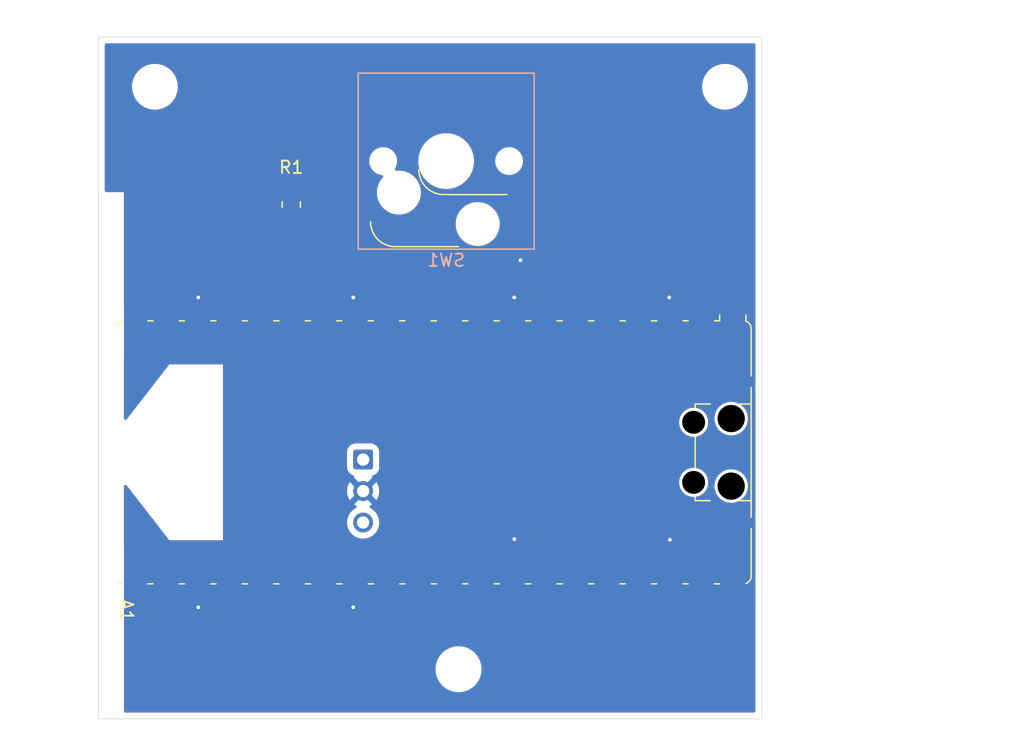
<source format=kicad_pcb>
(kicad_pcb (version 20241229) (generator "pcbnew") (generator_version "9.0")
  (layers (0 "F.Cu" signal) (2 "B.Cu" signal) (13 "F.Paste" user) (15 "B.Paste" user) (5 "F.SilkS" user "F.Silkscreen") (7 "B.SilkS" user "B.Silkscreen") (1 "F.Mask" user) (3 "B.Mask" user) (25 "Edge.Cuts" user))
  (net 0 "")
  (net 1 "GND")
  (net 2 "/SW1")
  (net 3 "VCC")
  (footprint "Resistor_SMD:R_0805_2012Metric_Pad1.20x1.40mm_HandSolder" (layer "F.Cu") (at 160.5 36 90)
    (property "Reference" "R1" (at 3 0 0) (layer "F.SilkS"))
    (property "Value" "R_US")
    (pad "1" smd roundrect (at -1 0 90) (size 1.2 1.4) (layers "F.Cu" "F.Mask" "F.Paste") (roundrect_rratio 0.208333) (net 3 "VCC"))
    (pad "2" smd roundrect (at 1 0 90) (size 1.2 1.4) (layers "F.Cu" "F.Mask" "F.Paste") (roundrect_rratio 0.208333) (net 2 "/SW1"))
  )
  (footprint "MountingHole:MountingHole_3.2mm_M3" (layer "F.Cu") (at 174 73.5)
    (property "Reference" "H3" (hide yes))
    (property "Value" "MountingHole")
    (pad "" np_thru_hole circle (at 0 0) (size 3.2 3.2) (drill 3.2) (layers "*.Cu" "*.Mask"))
  )
  (footprint "Module:RaspberryPi_Pico_W_SMD_HandSolder" (layer "F.Cu") (at 172 56 -90)
    (property "Reference" "A1" (at 11.747499 24.765 270) (layer "F.SilkS") (effects (justify left)))
    (property "Value" "RaspberryPi_Pico_W")
    (pad "" smd rect (at -8.89 -24.13 270) (size 3.8 2.2) (drill (offset -0.8 0)) (layers "F.Paste"))
    (pad "" smd rect (at -8.89 -21.59 270) (size 3.8 2.2) (drill (offset -0.8 0)) (layers "F.Paste"))
    (pad "" smd rect (at -8.89 -19.05 270) (size 3.8 2.2) (drill (offset -0.8 0)) (layers "F.Paste"))
    (pad "" smd rect (at -8.89 -16.51 270) (size 3.8 2.2) (drill (offset -0.8 0)) (layers "F.Paste"))
    (pad "" smd rect (at -8.89 -13.97 270) (size 3.8 2.2) (drill (offset -0.8 0)) (layers "F.Paste"))
    (pad "" smd rect (at -8.89 -11.43 270) (size 3.8 2.2) (drill (offset -0.8 0)) (layers "F.Paste"))
    (pad "" smd rect (at -8.89 -8.89 270) (size 3.8 2.2) (drill (offset -0.8 0)) (layers "F.Paste"))
    (pad "" smd rect (at -8.89 -6.35 270) (size 3.8 2.2) (drill (offset -0.8 0)) (layers "F.Paste"))
    (pad "" smd rect (at -8.89 -3.81 270) (size 3.8 2.2) (drill (offset -0.8 0)) (layers "F.Paste"))
    (pad "" smd rect (at -8.89 -1.27 270) (size 3.8 2.2) (drill (offset -0.8 0)) (layers "F.Paste"))
    (pad "" smd rect (at -8.89 1.27 270) (size 3.8 2.2) (drill (offset -0.8 0)) (layers "F.Paste"))
    (pad "" smd rect (at -8.89 3.81 270) (size 3.8 2.2) (drill (offset -0.8 0)) (layers "F.Paste"))
    (pad "" smd rect (at -8.89 6.35 270) (size 3.8 2.2) (drill (offset -0.8 0)) (layers "F.Paste"))
    (pad "" smd rect (at -8.89 8.89 270) (size 3.8 2.2) (drill (offset -0.8 0)) (layers "F.Paste"))
    (pad "" smd rect (at -8.89 11.43 270) (size 3.8 2.2) (drill (offset -0.8 0)) (layers "F.Paste"))
    (pad "" smd rect (at -8.89 13.97 270) (size 3.8 2.2) (drill (offset -0.8 0)) (layers "F.Paste"))
    (pad "" smd rect (at -8.89 16.51 270) (size 3.8 2.2) (drill (offset -0.8 0)) (layers "F.Paste"))
    (pad "" smd rect (at -8.89 19.05 270) (size 3.8 2.2) (drill (offset -0.8 0)) (layers "F.Paste"))
    (pad "" smd rect (at -8.89 21.59 270) (size 3.8 2.2) (drill (offset -0.8 0)) (layers "F.Paste"))
    (pad "" smd rect (at -8.89 24.13 270) (size 3.8 2.2) (drill (offset -0.8 0)) (layers "F.Paste"))
    (pad "" np_thru_hole circle (at -2.725 -24 270) (size 2.2 2.2) (drill 2.2) (layers "*.Mask"))
    (pad "" np_thru_hole circle (at -2.425 -20.97 270) (size 1.85 1.85) (drill 1.85) (layers "*.Mask"))
    (pad "" np_thru_hole circle (at 2.425 -20.97 270) (size 1.85 1.85) (drill 1.85) (layers "*.Mask"))
    (pad "" np_thru_hole circle (at 2.725 -24 270) (size 2.2 2.2) (drill 2.2) (layers "*.Mask"))
    (pad "" smd rect (at 8.89 -24.13 270) (size 3.8 2.2) (drill (offset 0.8 0)) (layers "F.Paste"))
    (pad "" smd rect (at 8.89 -21.59 270) (size 3.8 2.2) (drill (offset 0.8 0)) (layers "F.Paste"))
    (pad "" smd rect (at 8.89 -19.05 270) (size 3.8 2.2) (drill (offset 0.8 0)) (layers "F.Paste"))
    (pad "" smd rect (at 8.89 -16.51 270) (size 3.8 2.2) (drill (offset 0.8 0)) (layers "F.Paste"))
    (pad "" smd rect (at 8.89 -13.97 270) (size 3.8 2.2) (drill (offset 0.8 0)) (layers "F.Paste"))
    (pad "" smd rect (at 8.89 -11.43 270) (size 3.8 2.2) (drill (offset 0.8 0)) (layers "F.Paste"))
    (pad "" smd rect (at 8.89 -8.89 270) (size 3.8 2.2) (drill (offset 0.8 0)) (layers "F.Paste"))
    (pad "" smd rect (at 8.89 -6.35 270) (size 3.8 2.2) (drill (offset 0.8 0)) (layers "F.Paste"))
    (pad "" smd rect (at 8.89 -3.81 270) (size 3.8 2.2) (drill (offset 0.8 0)) (layers "F.Paste"))
    (pad "" smd rect (at 8.89 -1.27 270) (size 3.8 2.2) (drill (offset 0.8 0)) (layers "F.Paste"))
    (pad "" smd rect (at 8.89 1.27 270) (size 3.8 2.2) (drill (offset 0.8 0)) (layers "F.Paste"))
    (pad "" smd rect (at 8.89 3.81 270) (size 3.8 2.2) (drill (offset 0.8 0)) (layers "F.Paste"))
    (pad "" smd rect (at 8.89 6.35 270) (size 3.8 2.2) (drill (offset 0.8 0)) (layers "F.Paste"))
    (pad "" smd rect (at 8.89 8.89 270) (size 3.8 2.2) (drill (offset 0.8 0)) (layers "F.Paste"))
    (pad "" smd rect (at 8.89 11.43 270) (size 3.8 2.2) (drill (offset 0.8 0)) (layers "F.Paste"))
    (pad "" smd rect (at 8.89 13.97 270) (size 3.8 2.2) (drill (offset 0.8 0)) (layers "F.Paste"))
    (pad "" smd rect (at 8.89 16.51 270) (size 3.8 2.2) (drill (offset 0.8 0)) (layers "F.Paste"))
    (pad "" smd rect (at 8.89 19.05 270) (size 3.8 2.2) (drill (offset 0.8 0)) (layers "F.Paste"))
    (pad "" smd rect (at 8.89 21.59 270) (size 3.8 2.2) (drill (offset 0.8 0)) (layers "F.Paste"))
    (pad "" smd rect (at 8.89 24.13 270) (size 3.8 2.2) (drill (offset 0.8 0)) (layers "F.Paste"))
    (pad "1" smd custom (at -9.69 -24.13 270) (size 1.6 0.8) (layers "F.Cu" "F.Mask") (options (clearance outline) (anchor rect)) (primitives (gr_circle (center 0.8 0) (end 1.6 0) (width 0) (fill yes)) (gr_poly (pts (xy -1.6 -0.6) (xy -1.6 0.6) (xy -1.4 0.8) (xy 0.8 0.8) (xy 0.8 -0.8) (xy -1.4 -0.8)) (width 0) (fill yes)) (gr_circle (center -1.4 -0.6) (end -1.2 -0.6) (width 0) (fill yes)) (gr_circle (center -1.4 0.6) (end -1.2 0.6) (width 0) (fill yes))))
    (pad "2" smd roundrect (at -9.69 -21.59 270) (size 3.2 1.6) (layers "F.Cu" "F.Mask") (roundrect_rratio 0.5))
    (pad "3" smd custom (at -9.69 -19.05 270) (size 1.6 0.8) (layers "F.Cu" "F.Mask") (net 1 "GND") (options (clearance outline) (anchor rect)) (primitives (gr_circle (center -0.8 0) (end 0 0) (width 0) (fill yes)) (gr_poly (pts (xy 1.6 -0.6) (xy 1.6 0.6) (xy 1.4 0.8) (xy -0.8 0.8) (xy -0.8 -0.8) (xy 1.4 -0.8)) (width 0) (fill yes)) (gr_circle (center 1.4 -0.6) (end 1.6 -0.6) (width 0) (fill yes)) (gr_circle (center 1.4 0.6) (end 1.6 0.6) (width 0) (fill yes))))
    (pad "4" smd roundrect (at -9.69 -16.51 270) (size 3.2 1.6) (layers "F.Cu" "F.Mask") (roundrect_rratio 0.5))
    (pad "5" smd roundrect (at -9.69 -13.97 270) (size 3.2 1.6) (layers "F.Cu" "F.Mask") (roundrect_rratio 0.5))
    (pad "6" smd roundrect (at -9.69 -11.43 270) (size 3.2 1.6) (layers "F.Cu" "F.Mask") (roundrect_rratio 0.5))
    (pad "7" smd roundrect (at -9.69 -8.89 270) (size 3.2 1.6) (layers "F.Cu" "F.Mask") (roundrect_rratio 0.5))
    (pad "8" smd custom (at -9.69 -6.35 270) (size 1.6 0.8) (layers "F.Cu" "F.Mask") (net 1 "GND") (options (clearance outline) (anchor rect)) (primitives (gr_circle (center -0.8 0) (end 0 0) (width 0) (fill yes)) (gr_poly (pts (xy 1.6 -0.6) (xy 1.6 0.6) (xy 1.4 0.8) (xy -0.8 0.8) (xy -0.8 -0.8) (xy 1.4 -0.8)) (width 0) (fill yes)) (gr_circle (center 1.4 -0.6) (end 1.6 -0.6) (width 0) (fill yes)) (gr_circle (center 1.4 0.6) (end 1.6 0.6) (width 0) (fill yes))))
    (pad "9" smd roundrect (at -9.69 -3.81 270) (size 3.2 1.6) (layers "F.Cu" "F.Mask") (roundrect_rratio 0.5))
    (pad "10" smd roundrect (at -9.69 -1.27 270) (size 3.2 1.6) (layers "F.Cu" "F.Mask") (roundrect_rratio 0.5))
    (pad "11" smd roundrect (at -9.69 1.27 270) (size 3.2 1.6) (layers "F.Cu" "F.Mask") (roundrect_rratio 0.5))
    (pad "12" smd roundrect (at -9.69 3.81 270) (size 3.2 1.6) (layers "F.Cu" "F.Mask") (roundrect_rratio 0.5))
    (pad "13" smd custom (at -9.69 6.35 270) (size 1.6 0.8) (layers "F.Cu" "F.Mask") (net 1 "GND") (options (clearance outline) (anchor rect)) (primitives (gr_circle (center -0.8 0) (end 0 0) (width 0) (fill yes)) (gr_poly (pts (xy 1.6 -0.6) (xy 1.6 0.6) (xy 1.4 0.8) (xy -0.8 0.8) (xy -0.8 -0.8) (xy 1.4 -0.8)) (width 0) (fill yes)) (gr_circle (center 1.4 -0.6) (end 1.6 -0.6) (width 0) (fill yes)) (gr_circle (center 1.4 0.6) (end 1.6 0.6) (width 0) (fill yes))))
    (pad "14" smd roundrect (at -9.69 8.89 270) (size 3.2 1.6) (layers "F.Cu" "F.Mask") (roundrect_rratio 0.5))
    (pad "15" smd roundrect (at -9.69 11.43 270) (size 3.2 1.6) (layers "F.Cu" "F.Mask") (roundrect_rratio 0.5))
    (pad "16" smd roundrect (at -9.69 13.97 270) (size 3.2 1.6) (layers "F.Cu" "F.Mask") (roundrect_rratio 0.5) (net 2 "/SW1"))
    (pad "17" smd roundrect (at -9.69 16.51 270) (size 3.2 1.6) (layers "F.Cu" "F.Mask") (roundrect_rratio 0.5))
    (pad "18" smd custom (at -9.69 19.05 270) (size 1.6 0.8) (layers "F.Cu" "F.Mask") (net 1 "GND") (options (clearance outline) (anchor rect)) (primitives (gr_circle (center -0.8 0) (end 0 0) (width 0) (fill yes)) (gr_poly (pts (xy 1.6 -0.6) (xy 1.6 0.6) (xy 1.4 0.8) (xy -0.8 0.8) (xy -0.8 -0.8) (xy 1.4 -0.8)) (width 0) (fill yes)) (gr_circle (center 1.4 -0.6) (end 1.6 -0.6) (width 0) (fill yes)) (gr_circle (center 1.4 0.6) (end 1.6 0.6) (width 0) (fill yes))))
    (pad "19" smd roundrect (at -9.69 21.59 270) (size 3.2 1.6) (layers "F.Cu" "F.Mask") (roundrect_rratio 0.5))
    (pad "20" smd roundrect (at -9.69 24.13 270) (size 3.2 1.6) (layers "F.Cu" "F.Mask") (roundrect_rratio 0.5))
    (pad "21" smd roundrect (at 9.69 24.13 270) (size 3.2 1.6) (layers "F.Cu" "F.Mask") (roundrect_rratio 0.5))
    (pad "22" smd roundrect (at 9.69 21.59 270) (size 3.2 1.6) (layers "F.Cu" "F.Mask") (roundrect_rratio 0.5))
    (pad "23" smd custom (at 9.69 19.05 270) (size 1.6 0.8) (layers "F.Cu" "F.Mask") (net 1 "GND") (options (clearance outline) (anchor rect)) (primitives (gr_circle (center 0.8 0) (end 1.6 0) (width 0) (fill yes)) (gr_poly (pts (xy -1.6 -0.6) (xy -1.6 0.6) (xy -1.4 0.8) (xy 0.8 0.8) (xy 0.8 -0.8) (xy -1.4 -0.8)) (width 0) (fill yes)) (gr_circle (center -1.4 -0.6) (end -1.2 -0.6) (width 0) (fill yes)) (gr_circle (center -1.4 0.6) (end -1.2 0.6) (width 0) (fill yes))))
    (pad "24" smd roundrect (at 9.69 16.51 270) (size 3.2 1.6) (layers "F.Cu" "F.Mask") (roundrect_rratio 0.5))
    (pad "25" smd roundrect (at 9.69 13.97 270) (size 3.2 1.6) (layers "F.Cu" "F.Mask") (roundrect_rratio 0.5))
    (pad "26" smd roundrect (at 9.69 11.43 270) (size 3.2 1.6) (layers "F.Cu" "F.Mask") (roundrect_rratio 0.5))
    (pad "27" smd roundrect (at 9.69 8.89 270) (size 3.2 1.6) (layers "F.Cu" "F.Mask") (roundrect_rratio 0.5))
    (pad "28" smd custom (at 9.69 6.35 270) (size 1.6 0.8) (layers "F.Cu" "F.Mask") (net 1 "GND") (options (clearance outline) (anchor rect)) (primitives (gr_circle (center 0.8 0) (end 1.6 0) (width 0) (fill yes)) (gr_poly (pts (xy -1.6 -0.6) (xy -1.6 0.6) (xy -1.4 0.8) (xy 0.8 0.8) (xy 0.8 -0.8) (xy -1.4 -0.8)) (width 0) (fill yes)) (gr_circle (center -1.4 -0.6) (end -1.2 -0.6) (width 0) (fill yes)) (gr_circle (center -1.4 0.6) (end -1.2 0.6) (width 0) (fill yes))))
    (pad "29" smd roundrect (at 9.69 3.81 270) (size 3.2 1.6) (layers "F.Cu" "F.Mask") (roundrect_rratio 0.5))
    (pad "30" smd roundrect (at 9.69 1.27 270) (size 3.2 1.6) (layers "F.Cu" "F.Mask") (roundrect_rratio 0.5))
    (pad "31" smd roundrect (at 9.69 -1.27 270) (size 3.2 1.6) (layers "F.Cu" "F.Mask") (roundrect_rratio 0.5))
    (pad "32" smd roundrect (at 9.69 -3.81 270) (size 3.2 1.6) (layers "F.Cu" "F.Mask") (roundrect_rratio 0.5))
    (pad "33" smd custom (at 9.69 -6.35 270) (size 1.6 0.8) (layers "F.Cu" "F.Mask") (net 1 "GND") (options (clearance outline) (anchor rect)) (primitives (gr_circle (center 0.8 0) (end 1.6 0) (width 0) (fill yes)) (gr_poly (pts (xy -1.6 -0.6) (xy -1.6 0.6) (xy -1.4 0.8) (xy 0.8 0.8) (xy 0.8 -0.8) (xy -1.4 -0.8)) (width 0) (fill yes)) (gr_circle (center -1.4 -0.6) (end -1.2 -0.6) (width 0) (fill yes)) (gr_circle (center -1.4 0.6) (end -1.2 0.6) (width 0) (fill yes))))
    (pad "34" smd roundrect (at 9.69 -8.89 270) (size 3.2 1.6) (layers "F.Cu" "F.Mask") (roundrect_rratio 0.5))
    (pad "35" smd roundrect (at 9.69 -11.43 270) (size 3.2 1.6) (layers "F.Cu" "F.Mask") (roundrect_rratio 0.5))
    (pad "36" smd roundrect (at 9.69 -13.97 270) (size 3.2 1.6) (layers "F.Cu" "F.Mask") (roundrect_rratio 0.5) (net 3 "VCC"))
    (pad "37" smd roundrect (at 9.69 -16.51 270) (size 3.2 1.6) (layers "F.Cu" "F.Mask") (roundrect_rratio 0.5))
    (pad "38" smd custom (at 9.69 -19.05 270) (size 1.6 0.8) (layers "F.Cu" "F.Mask") (net 1 "GND") (options (clearance outline) (anchor rect)) (primitives (gr_circle (center 0.8 0) (end 1.6 0) (width 0) (fill yes)) (gr_poly (pts (xy -1.6 -0.6) (xy -1.6 0.6) (xy -1.4 0.8) (xy 0.8 0.8) (xy 0.8 -0.8) (xy -1.4 -0.8)) (width 0) (fill yes)) (gr_circle (center -1.4 -0.6) (end -1.2 -0.6) (width 0) (fill yes)) (gr_circle (center -1.4 0.6) (end -1.2 0.6) (width 0) (fill yes))))
    (pad "39" smd roundrect (at 9.69 -21.59 270) (size 3.2 1.6) (layers "F.Cu" "F.Mask") (roundrect_rratio 0.5))
    (pad "40" smd roundrect (at 9.69 -24.13 270) (size 3.2 1.6) (layers "F.Cu" "F.Mask") (roundrect_rratio 0.5))
    (pad "D1" thru_hole roundrect (at 0.5841 5.7 270) (size 1.6 1.6) (drill 1) (layers "*.Cu" "*.Mask") (roundrect_rratio 0.125))
    (pad "D2" thru_hole circle (at 3.1241 5.7 270) (size 1.6 1.6) (drill 1) (layers "*.Cu" "*.Mask") (net 1 "GND"))
    (pad "D3" thru_hole circle (at 5.6641 5.7 270) (size 1.6 1.6) (drill 1) (layers "*.Cu" "*.Mask"))
    (zone (net 0) (net_name "") (layers "F.Cu" "B.Cu" "F.Paste" "B.Paste") (name "RF Copper Keep Out") (connect_pads (clearance 0)) (min_thickness 0.254)
      (keepout (tracks not_allowed) (vias not_allowed) (pads not_allowed) (copperpour not_allowed) (footprints not_allowed))
      (fill (thermal_gap 0.508) (thermal_bridge_width 0.508))
      (polygon (pts (xy 147 35) (xy 147 77) (xy 137 77) (xy 137 35)))
    )
    (zone (net 0) (net_name "") (layers "F.Cu" "B.Cu" "F.Paste" "B.Paste") (name "Antenna Copper Keep Out") (connect_pads (clearance 0)) (min_thickness 0.254)
      (keepout (tracks not_allowed) (vias not_allowed) (pads not_allowed) (copperpour not_allowed) (footprints not_allowed))
      (fill (thermal_gap 0.508) (thermal_bridge_width 0.508))
      (polygon (pts (xy 147.010105 53.6) (xy 150.660105 48.899999) (xy 155 48.9) (xy 155 63.1) (xy 150.660105 63.100001) (xy 147.010105 58.4) (xy 147 58.4) (xy 147 53.6)))
    )
    (zone (net 0) (net_name "") (layers "F.Cu" "F.Paste") (name "Pad Keep Out TP6") (connect_pads (clearance 0)) (min_thickness 0.25)
      (keepout (tracks not_allowed) (vias not_allowed) (pads not_allowed) (copperpour not_allowed) (footprints allowed))
      (fill (thermal_gap 0.5) (thermal_bridge_width 0.5))
      (polygon (pts (xy 182.052139 52.984455) (xy 182.086068 52.857832) (xy 182.151612 52.744306) (xy 182.244306 52.651612) (xy 182.357832 52.586068) (xy 182.484455 52.552139) (xy 182.55 52.55) (xy 186.25 52.55) (xy 186.25 54.45) (xy 182.55 54.45) (xy 182.484455 54.447861) (xy 182.357833 54.413933) (xy 182.244306 54.348388) (xy 182.151612 54.255694) (xy 182.086068 54.142167) (xy 182.052139 54.015545) (xy 182.05 53.95) (xy 182.05 53.05)))
    )
    (zone (net 0) (net_name "") (layers "F.Cu" "F.Paste") (name "Pad Keep Out TP4") (connect_pads (clearance 0)) (min_thickness 0.25)
      (keepout (tracks not_allowed) (vias not_allowed) (pads not_allowed) (copperpour not_allowed) (footprints allowed))
      (fill (thermal_gap 0.5) (thermal_bridge_width 0.5))
      (polygon (pts (xy 186.25 54.45) (xy 189.95 54.45) (xy 190.015545 54.447861) (xy 190.142167 54.413933) (xy 190.255694 54.348388) (xy 190.348388 54.255694) (xy 190.413933 54.142167) (xy 190.447861 54.015545) (xy 190.45 53.95) (xy 190.45 53.05) (xy 190.447861 52.984455) (xy 190.413932 52.857833) (xy 190.348388 52.744306) (xy 190.255694 52.651612) (xy 190.142167 52.586067) (xy 190.015545 52.552139) (xy 189.95 52.55) (xy 186.25 52.55)))
    )
    (zone (net 0) (net_name "") (layers "F.Cu" "F.Paste") (name "Pad Keep Out TP1") (connect_pads (clearance 0)) (min_thickness 0.25)
      (keepout (tracks not_allowed) (vias not_allowed) (pads not_allowed) (copperpour not_allowed) (footprints allowed))
      (fill (thermal_gap 0.5) (thermal_bridge_width 0.5))
      (polygon (pts (xy 192.05 56) (xy 192.05 56.45) (xy 192.052139 56.515545) (xy 192.086067 56.642167) (xy 192.151612 56.755694) (xy 192.244306 56.848388) (xy 192.357833 56.913933) (xy 192.484455 56.947861) (xy 192.55 56.95) (xy 193.45 56.95) (xy 193.515545 56.947861) (xy 193.642167 56.913933) (xy 193.755694 56.848388) (xy 193.848388 56.755694) (xy 193.913933 56.642167) (xy 193.947861 56.515545) (xy 193.95 56.45) (xy 193.95 56)))
    )
    (zone (net 0) (net_name "") (layers "F.Cu" "F.Paste") (name "Pad Keep Out TP1") (connect_pads (clearance 0)) (min_thickness 0.25)
      (keepout (tracks not_allowed) (vias not_allowed) (pads not_allowed) (copperpour not_allowed) (footprints allowed))
      (fill (thermal_gap 0.5) (thermal_bridge_width 0.5))
      (polygon (pts (xy 193.515545 55.052139) (xy 193.642168 55.086068) (xy 193.755694 55.151612) (xy 193.848388 55.244306) (xy 193.913932 55.357832) (xy 193.947861 55.484455) (xy 193.95 55.55) (xy 193.95 56) (xy 192.05 56) (xy 192.05 55.55) (xy 192.052139 55.484455) (xy 192.086068 55.357832) (xy 192.151612 55.244306) (xy 192.244306 55.151612) (xy 192.357833 55.086068) (xy 192.484455 55.052139) (xy 192.55 55.05) (xy 193.45 55.05)))
    )
    (zone (net 0) (net_name "") (layers "F.Cu" "F.Paste") (name "Pad Keep Out TP2") (connect_pads (clearance 0)) (min_thickness 0.25)
      (keepout (tracks not_allowed) (vias not_allowed) (pads not_allowed) (copperpour not_allowed) (footprints allowed))
      (fill (thermal_gap 0.5) (thermal_bridge_width 0.5))
      (polygon (pts (xy 195.335 57) (xy 195.335 57.45) (xy 195.337139 57.515545) (xy 195.371067 57.642166) (xy 195.436612 57.755694) (xy 195.529306 57.848388) (xy 195.642834 57.913933) (xy 195.769455 57.947861) (xy 195.835 57.95) (xy 196.735 57.95) (xy 196.800545 57.947861) (xy 196.927167 57.913933) (xy 197.040694 57.848388) (xy 197.133388 57.755694) (xy 197.198933 57.642167) (xy 197.232861 57.515545) (xy 197.235 57.45) (xy 197.235 57)))
    )
    (zone (net 0) (net_name "") (layers "F.Cu" "F.Paste") (name "Pad Keep Out TP3") (connect_pads (clearance 0)) (min_thickness 0.25)
      (keepout (tracks not_allowed) (vias not_allowed) (pads not_allowed) (copperpour not_allowed) (footprints allowed))
      (fill (thermal_gap 0.5) (thermal_bridge_width 0.5))
      (polygon (pts (xy 195.35 55) (xy 195.35 55.45) (xy 195.352139 55.515545) (xy 195.386067 55.642166) (xy 195.451611 55.755694) (xy 195.544306 55.848389) (xy 195.657834 55.913933) (xy 195.784455 55.947861) (xy 195.85 55.95) (xy 196.75 55.95) (xy 196.815545 55.947861) (xy 196.942167 55.913933) (xy 197.055694 55.848388) (xy 197.148388 55.755694) (xy 197.213933 55.642167) (xy 197.247861 55.515545) (xy 197.25 55.45) (xy 197.25 55)))
    )
    (zone (net 0) (net_name "") (layers "F.Cu" "F.Paste") (name "Pad Keep Out TP2") (connect_pads (clearance 0)) (min_thickness 0.25)
      (keepout (tracks not_allowed) (vias not_allowed) (pads not_allowed) (copperpour not_allowed) (footprints allowed))
      (fill (thermal_gap 0.5) (thermal_bridge_width 0.5))
      (polygon (pts (xy 196.800545 56.052139) (xy 196.927167 56.086068) (xy 197.040694 56.151611) (xy 197.133389 56.244306) (xy 197.198932 56.357833) (xy 197.232862 56.484455) (xy 197.235 56.55) (xy 197.235 57) (xy 195.335 57) (xy 195.335 56.55) (xy 195.337139 56.484455) (xy 195.371068 56.357833) (xy 195.436612 56.244306) (xy 195.529306 56.151612) (xy 195.642833 56.086068) (xy 195.769455 56.052139) (xy 195.835 56.05) (xy 196.735 56.05)))
    )
    (zone (net 0) (net_name "") (layers "F.Cu" "F.Paste") (name "Pad Keep Out TP3") (connect_pads (clearance 0)) (min_thickness 0.25)
      (keepout (tracks not_allowed) (vias not_allowed) (pads not_allowed) (copperpour not_allowed) (footprints allowed))
      (fill (thermal_gap 0.5) (thermal_bridge_width 0.5))
      (polygon (pts (xy 196.815545 54.052139) (xy 196.942167 54.086068) (xy 197.055694 54.151612) (xy 197.148388 54.244306) (xy 197.213932 54.357833) (xy 197.247861 54.484455) (xy 197.25 54.55) (xy 197.25 55) (xy 195.35 55) (xy 195.35 54.55) (xy 195.352139 54.484455) (xy 195.386068 54.357833) (xy 195.451612 54.244306) (xy 195.544306 54.151612) (xy 195.657833 54.086068) (xy 195.784455 54.052139) (xy 195.85 54.05) (xy 196.75 54.05)))
    )
  )
  (footprint "MountingHole:MountingHole_3.2mm_M3" (layer "F.Cu") (at 195.5 26.5)
    (property "Reference" "H2" (hide yes))
    (property "Value" "MountingHole")
    (pad "" np_thru_hole circle (at 0 0) (size 3.2 3.2) (drill 3.2) (layers "*.Cu" "*.Mask"))
  )
  (footprint "MountingHole:MountingHole_3.2mm_M3" (layer "F.Cu") (at 149.5 26.5)
    (property "Reference" "H1" (hide yes))
    (property "Value" "MountingHole")
    (pad "" np_thru_hole circle (at 0 0) (size 3.2 3.2) (drill 3.2) (layers "*.Cu" "*.Mask"))
  )
  (footprint "Symbol:OSHW-Logo2_7.3x6mm_Copper" (layer "F.Cu") (at 192.5 73)
    (property "Reference" "SYM1" (hide yes))
    (property "Value" "Logo_Open_Hardware_Small" (hide yes))
    (fp_poly (pts (xy 2.6526 1.958752) (xy 2.669948 1.966334) (xy 2.711356 1.999128) (xy 2.746765 2.046547) (xy 2.768664 2.097151) (xy 2.772229 2.122098) (xy 2.760279 2.156927) (xy 2.734067 2.175357) (xy 2.705964 2.186516) (xy 2.693095 2.188572) (xy 2.686829 2.173649) (xy 2.674456 2.141175) (xy 2.669028 2.126502) (xy 2.63859 2.075744) (xy 2.59452 2.050427) (xy 2.53801 2.051206) (xy 2.533825 2.052203) (xy 2.503655 2.066507) (xy 2.481476 2.094393) (xy 2.466327 2.139287) (xy 2.45725 2.204615) (xy 2.453286 2.293804) (xy 2.452914 2.341261) (xy 2.45273 2.416071) (xy 2.451522 2.467069) (xy 2.448309 2.499471) (xy 2.442109 2.518495) (xy 2.43194 2.529356) (xy 2.416819 2.537272) (xy 2.415946 2.53767) (xy 2.386828 2.549981) (xy 2.372403 2.554514) (xy 2.370186 2.540809) (xy 2.368289 2.502925) (xy 2.366847 2.445715) (xy 2.365998 2.374027) (xy 2.365829 2.321565) (xy 2.366692 2.220047) (xy 2.37007 2.143032) (xy 2.377142 2.086023) (xy 2.389088 2.044526) (xy 2.40709 2.014043) (xy 2.432327 1.99008) (xy 2.457247 1.973355) (xy 2.517171 1.951097) (xy 2.586911 1.946076) (xy 2.6526 1.958752)) (stroke (width 0.01)) (fill yes) (layer "F.Cu"))
    (fp_poly (pts (xy -1.283907 1.92778) (xy -1.237328 1.954723) (xy -1.204943 1.981466) (xy -1.181258 2.009484) (xy -1.164941 2.043748) (xy -1.154661 2.089227) (xy -1.149086 2.150892) (xy -1.146884 2.233711) (xy -1.146629 2.293246) (xy -1.146629 2.512391) (xy -1.208314 2.540044) (xy -1.27 2.567697) (xy -1.277257 2.32767) (xy -1.280256 2.238028) (xy -1.283402 2.172962) (xy -1.287299 2.128026) (xy -1.292553 2.09877) (xy -1.299769 2.080748) (xy -1.30955 2.069511) (xy -1.312688 2.067079) (xy -1.360239 2.048083) (xy -1.408303 2.0556) (xy -1.436914 2.075543) (xy -1.448553 2.089675) (xy -1.456609 2.10822) (xy -1.461729 2.136334) (xy -1.464559 2.179173) (xy -1.465744 2.241895) (xy -1.465943 2.307261) (xy -1.465982 2.389268) (xy -1.467386 2.447316) (xy -1.472086 2.486465) (xy -1.482013 2.51178) (xy -1.499097 2.528323) (xy -1.525268 2.541156) (xy -1.560225 2.554491) (xy -1.598404 2.569007) (xy -1.593859 2.311389) (xy -1.592029 2.218519) (xy -1.589888 2.149889) (xy -1.586819 2.100711) (xy -1.582206 2.066198) (xy -1.575432 2.041562) (xy -1.565881 2.022016) (xy -1.554366 2.00477) (xy -1.49881 1.94968) (xy -1.43102 1.917822) (xy -1.357287 1.910191) (xy -1.283907 1.92778)) (stroke (width 0.01)) (fill yes) (layer "F.Cu"))
    (fp_poly (pts (xy 0.529926 1.949755) (xy 0.595858 1.974084) (xy 0.649273 2.017117) (xy 0.670164 2.047409) (xy 0.692939 2.102994) (xy 0.692466 2.143186) (xy 0.668562 2.170217) (xy 0.659717 2.174813) (xy 0.62153 2.189144) (xy 0.602028 2.185472) (xy 0.595422 2.161407) (xy 0.595086 2.148114) (xy 0.582992 2.09921) (xy 0.551471 2.064999) (xy 0.507659 2.048476) (xy 0.458695 2.052634) (xy 0.418894 2.074227) (xy 0.40545 2.086544) (xy 0.395921 2.101487) (xy 0.389485 2.124075) (xy 0.385317 2.159328) (xy 0.382597 2.212266) (xy 0.380502 2.287907) (xy 0.37996 2.311857) (xy 0.377981 2.39379) (xy 0.375731 2.451455) (xy 0.372357 2.489608) (xy 0.367006 2.513004) (xy 0.358824 2.526398) (xy 0.346959 2.534545) (xy 0.339362 2.538144) (xy 0.307102 2.550452) (xy 0.288111 2.554514) (xy 0.281836 2.540948) (xy 0.278006 2.499934) (xy 0.2766 2.430999) (xy 0.277598 2.333669) (xy 0.277908 2.318657) (xy 0.280101 2.229859) (xy 0.282693 2.165019) (xy 0.286382 2.119067) (xy 0.291864 2.086935) (xy 0.299835 2.063553) (xy 0.310993 2.043852) (xy 0.31683 2.03541) (xy 0.350296 1.998057) (xy 0.387727 1.969003) (xy 0.392309 1.966467) (xy 0.459426 1.946443) (xy 0.529926 1.949755)) (stroke (width 0.01)) (fill yes) (layer "F.Cu"))
    (fp_poly (pts (xy -0.624114 1.851289) (xy -0.619861 1.910613) (xy -0.614975 1.945572) (xy -0.608205 1.96082) (xy -0.598298 1.961015) (xy -0.595086 1.959195) (xy -0.552356 1.946015) (xy -0.496773 1.946785) (xy -0.440263 1.960333) (xy -0.404918 1.977861) (xy -0.368679 2.005861) (xy -0.342187 2.037549) (xy -0.324001 2.077813) (xy -0.312678 2.131543) (xy -0.306778 2.203626) (xy -0.304857 2.298951) (xy -0.304823 2.317237) (xy -0.3048 2.522646) (xy -0.350509 2.53858) (xy -0.382973 2.54942) (xy -0.400785 2.554468) (xy -0.401309 2.554514) (xy -0.403063 2.540828) (xy -0.404556 2.503076) (xy -0.405674 2.446224) (xy -0.406303 2.375234) (xy -0.4064 2.332073) (xy -0.406602 2.246973) (xy -0.407642 2.185981) (xy -0.410169 2.144177) (xy -0.414836 2.116642) (xy -0.422293 2.098456) (xy -0.433189 2.084698) (xy -0.439993 2.078073) (xy -0.486728 2.051375) (xy -0.537728 2.049375) (xy -0.583999 2.071955) (xy -0.592556 2.080107) (xy -0.605107 2.095436) (xy -0.613812 2.113618) (xy -0.619369 2.139909) (xy -0.622474 2.179562) (xy -0.623824 2.237832) (xy -0.624114 2.318173) (xy -0.624114 2.522646) (xy -0.669823 2.53858) (xy -0.702287 2.54942) (xy -0.720099 2.554468) (xy -0.720623 2.554514) (xy -0.721963 2.540623) (xy -0.723172 2.501439) (xy -0.724199 2.4407) (xy -0.724998 2.362141) (xy -0.725519 2.269498) (xy -0.725714 2.166509) (xy -0.725714 1.769342) (xy -0.678543 1.749444) (xy -0.631371 1.729547) (xy -0.624114 1.851289)) (stroke (width 0.01)) (fill yes) (layer "F.Cu"))
    (fp_poly (pts (xy 1.779833 1.958663) (xy 1.782048 1.99685) (xy 1.783784 2.054886) (xy 1.784899 2.12818) (xy 1.785257 2.205055) (xy 1.785257 2.465196) (xy 1.739326 2.511127) (xy 1.707675 2.539429) (xy 1.67989 2.550893) (xy 1.641915 2.550168) (xy 1.62684 2.548321) (xy 1.579726 2.542948) (xy 1.540756 2.539869) (xy 1.531257 2.539585) (xy 1.499233 2.541445) (xy 1.453432 2.546114) (xy 1.435674 2.548321) (xy 1.392057 2.551735) (xy 1.362745 2.54432) (xy 1.33368 2.521427) (xy 1.323188 2.511127) (xy 1.277257 2.465196) (xy 1.277257 1.978602) (xy 1.314226 1.961758) (xy 1.346059 1.949282) (xy 1.364683 1.944914) (xy 1.369458 1.958718) (xy 1.373921 1.997286) (xy 1.377775 2.056356) (xy 1.380722 2.131663) (xy 1.382143 2.195286) (xy 1.386114 2.445657) (xy 1.420759 2.450556) (xy 1.452268 2.447131) (xy 1.467708 2.436041) (xy 1.472023 2.415308) (xy 1.475708 2.371145) (xy 1.478469 2.309146) (xy 1.480012 2.234909) (xy 1.480235 2.196706) (xy 1.480457 1.976783) (xy 1.526166 1.960849) (xy 1.558518 1.950015) (xy 1.576115 1.944962) (xy 1.576623 1.944914) (xy 1.578388 1.958648) (xy 1.580329 1.99673) (xy 1.582282 2.054482) (xy 1.584084 2.127227) (xy 1.585343 2.195286) (xy 1.589314 2.445657) (xy 1.6764 2.445657) (xy 1.680396 2.21724) (xy 1.684392 1.988822) (xy 1.726847 1.966868) (xy 1.758192 1.951793) (xy 1.776744 1.944951) (xy 1.777279 1.944914) (xy 1.779833 1.958663)) (stroke (width 0.01)) (fill yes) (layer "F.Cu"))
    (fp_poly (pts (xy -2.958885 1.921962) (xy -2.890855 1.957733) (xy -2.840649 2.015301) (xy -2.822815 2.052312) (xy -2.808937 2.107882) (xy -2.801833 2.178096) (xy -2.80116 2.254727) (xy -2.806573 2.329552) (xy -2.81773 2.394342) (xy -2.834286 2.440873) (xy -2.839374 2.448887) (xy -2.899645 2.508707) (xy -2.971231 2.544535) (xy -3.048908 2.55502) (xy -3.127452 2.53881) (xy -3.149311 2.529092) (xy -3.191878 2.499143) (xy -3.229237 2.459433) (xy -3.232768 2.454397) (xy -3.247119 2.430124) (xy -3.256606 2.404178) (xy -3.26221 2.370022) (xy -3.264914 2.321119) (xy -3.265701 2.250935) (xy -3.265714 2.2352) (xy -3.265678 2.230192) (xy -3.120571 2.230192) (xy -3.119727 2.29643) (xy -3.116404 2.340386) (xy -3.109417 2.368779) (xy -3.097584 2.388325) (xy -3.091543 2.394857) (xy -3.056814 2.41968) (xy -3.023097 2.418548) (xy -2.989005 2.397016) (xy -2.968671 2.374029) (xy -2.956629 2.340478) (xy -2.949866 2.287569) (xy -2.949402 2.281399) (xy -2.948248 2.185513) (xy -2.960312 2.114299) (xy -2.98543 2.068194) (xy -3.02344 2.047635) (xy -3.037008 2.046514) (xy -3.072636 2.052152) (xy -3.097006 2.071686) (xy -3.111907 2.109042) (xy -3.119125 2.16815) (xy -3.120571 2.230192) (xy -3.265678 2.230192) (xy -3.265174 2.160413) (xy -3.262904 2.108159) (xy -3.257932 2.071949) (xy -3.249287 2.045299) (xy -3.235995 2.021722) (xy -3.233057 2.017338) (xy -3.183687 1.958249) (xy -3.129891 1.923947) (xy -3.064398 1.910331) (xy -3.042158 1.909665) (xy -2.958885 1.921962)) (stroke (width 0.01)) (fill yes) (layer "F.Cu"))
    (fp_poly (pts (xy 3.153595 1.966966) (xy 3.211021 2.004497) (xy 3.238719 2.038096) (xy 3.260662 2.099064) (xy 3.262405 2.147308) (xy 3.258457 2.211816) (xy 3.109686 2.276934) (xy 3.037349 2.310202) (xy 2.990084 2.336964) (xy 2.965507 2.360144) (xy 2.961237 2.382667) (xy 2.974889 2.407455) (xy 2.989943 2.423886) (xy 3.033746 2.450235) (xy 3.081389 2.452081) (xy 3.125145 2.431546) (xy 3.157289 2.390752) (xy 3.163038 2.376347) (xy 3.190576 2.331356) (xy 3.222258 2.312182) (xy 3.265714 2.295779) (xy 3.265714 2.357966) (xy 3.261872 2.400283) (xy 3.246823 2.435969) (xy 3.21528 2.476943) (xy 3.210592 2.482267) (xy 3.175506 2.51872) (xy 3.145347 2.538283) (xy 3.107615 2.547283) (xy 3.076335 2.55023) (xy 3.020385 2.550965) (xy 2.980555 2.54166) (xy 2.955708 2.527846) (xy 2.916656 2.497467) (xy 2.889625 2.464613) (xy 2.872517 2.423294) (xy 2.863238 2.367521) (xy 2.859693 2.291305) (xy 2.85941 2.252622) (xy 2.860372 2.206247) (xy 2.948007 2.206247) (xy 2.949023 2.231126) (xy 2.951556 2.2352) (xy 2.968274 2.229665) (xy 3.004249 2.215017) (xy 3.052331 2.19419) (xy 3.062386 2.189714) (xy 3.123152 2.158814) (xy 3.156632 2.131657) (xy 3.16399 2.10622) (xy 3.146391 2.080481) (xy 3.131856 2.069109) (xy 3.07941 2.046364) (xy 3.030322 2.050122) (xy 2.989227 2.077884) (xy 2.960758 2.127152) (xy 2.951631 2.166257) (xy 2.948007 2.206247) (xy 2.860372 2.206247) (xy 2.861285 2.162249) (xy 2.868196 2.095384) (xy 2.881884 2.046695) (xy 2.904096 2.010849) (xy 2.936574 1.982513) (xy 2.950733 1.973355) (xy 3.015053 1.949507) (xy 3.085473 1.948006) (xy 3.153595 1.966966)) (stroke (width 0.01)) (fill yes) (layer "F.Cu"))
    (fp_poly (pts (xy 1.190117 2.065358) (xy 1.189933 2.173837) (xy 1.189219 2.257287) (xy 1.187675 2.319704) (xy 1.185001 2.365085) (xy 1.180894 2.397429) (xy 1.175055 2.420733) (xy 1.167182 2.438995) (xy 1.161221 2.449418) (xy 1.111855 2.505945) (xy 1.049264 2.541377) (xy 0.980013 2.55409) (xy 0.910668 2.542463) (xy 0.869375 2.521568) (xy 0.826025 2.485422) (xy 0.796481 2.441276) (xy 0.778655 2.383462) (xy 0.770463 2.306313) (xy 0.769302 2.249714) (xy 0.769458 2.245647) (xy 0.870857 2.245647) (xy 0.871476 2.31055) (xy 0.874314 2.353514) (xy 0.88084 2.381622) (xy 0.892523 2.401953) (xy 0.906483 2.417288) (xy 0.953365 2.44689) (xy 1.003701 2.449419) (xy 1.051276 2.424705) (xy 1.054979 2.421356) (xy 1.070783 2.403935) (xy 1.080693 2.383209) (xy 1.086058 2.352362) (xy 1.088228 2.304577) (xy 1.088571 2.251748) (xy 1.087827 2.185381) (xy 1.084748 2.141106) (xy 1.078061 2.112009) (xy 1.066496 2.091173) (xy 1.057013 2.080107) (xy 1.01296 2.052198) (xy 0.962224 2.048843) (xy 0.913796 2.070159) (xy 0.90445 2.078073) (xy 0.88854 2.095647) (xy 0.87861 2.116587) (xy 0.873278 2.147782) (xy 0.871163 2.196122) (xy 0.870857 2.245647) (xy 0.769458 2.245647) (xy 0.77281 2.158568) (xy 0.784726 2.090086) (xy 0.807135 2.0386) (xy 0.842124 1.998443) (xy 0.869375 1.977861) (xy 0.918907 1.955625) (xy 0.976316 1.945304) (xy 1.029682 1.948067) (xy 1.059543 1.959212) (xy 1.071261 1.962383) (xy 1.079037 1.950557) (xy 1.084465 1.918866) (xy 1.088571 1.870593) (xy 1.093067 1.816829) (xy 1.099313 1.784482) (xy 1.110676 1.765985) (xy 1.130528 1.75377) (xy 1.143 1.748362) (xy 1.190171 1.728601) (xy 1.190117 2.065358)) (stroke (width 0.01)) (fill yes) (layer "F.Cu"))
    (fp_poly (pts (xy -1.831697 1.931239) (xy -1.774473 1.969735) (xy -1.730251 2.025335) (xy -1.703833 2.096086) (xy -1.69849 2.148162) (xy -1.699097 2.169893) (xy -1.704178 2.186531) (xy -1.718145 2.201437) (xy -1.745411 2.217973) (xy -1.790388 2.239498) (xy -1.857489 2.269374) (xy -1.857829 2.269524) (xy -1.919593 2.297813) (xy -1.970241 2.322933) (xy -2.004596 2.342179) (xy -2.017482 2.352848) (xy -2.017486 2.352934) (xy -2.006128 2.376166) (xy -1.979569 2.401774) (xy -1.949077 2.420221) (xy -1.93363 2.423886) (xy -1.891485 2.411212) (xy -1.855192 2.379471) (xy -1.837483 2.344572) (xy -1.820448 2.318845) (xy -1.787078 2.289546) (xy -1.747851 2.264235) (xy -1.713244 2.250471) (xy -1.706007 2.249714) (xy -1.697861 2.26216) (xy -1.69737 2.293972) (xy -1.703357 2.336866) (xy -1.714643 2.382558) (xy -1.73005 2.422761) (xy -1.730829 2.424322) (xy -1.777196 2.489062) (xy -1.837289 2.533097) (xy -1.905535 2.554711) (xy -1.976362 2.552185) (xy -2.044196 2.523804) (xy -2.047212 2.521808) (xy -2.100573 2.473448) (xy -2.13566 2.410352) (xy -2.155078 2.327387) (xy -2.157684 2.304078) (xy -2.162299 2.194055) (xy -2.156767 2.142748) (xy -2.017486 2.142748) (xy -2.015676 2.174753) (xy -2.005778 2.184093) (xy -1.981102 2.177105) (xy -1.942205 2.160587) (xy -1.898725 2.139881) (xy -1.897644 2.139333) (xy -1.860791 2.119949) (xy -1.846 2.107013) (xy -1.849647 2.093451) (xy -1.865005 2.075632) (xy -1.904077 2.049845) (xy -1.946154 2.04795) (xy -1.983897 2.066717) (xy -2.009966 2.102915) (xy -2.017486 2.142748) (xy -2.156767 2.142748) (xy -2.152806 2.106027) (xy -2.12845 2.036212) (xy -2.094544 1.987302) (xy -2.033347 1.937878) (xy -1.965937 1.913359) (xy -1.89712 1.911797) (xy -1.831697 1.931239)) (stroke (width 0.01)) (fill yes) (layer "F.Cu"))
    (fp_poly (pts (xy 0.039744 1.950968) (xy 0.096616 1.972087) (xy 0.097267 1.972493) (xy 0.13244 1.99838) (xy 0.158407 2.028633) (xy 0.17667 2.068058) (xy 0.188732 2.121462) (xy 0.196096 2.193651) (xy 0.200264 2.289432) (xy 0.200629 2.303078) (xy 0.205876 2.508842) (xy 0.161716 2.531678) (xy 0.129763 2.54711) (xy 0.11047 2.554423) (xy 0.109578 2.554514) (xy 0.106239 2.541022) (xy 0.103587 2.504626) (xy 0.101956 2.451452) (xy 0.1016 2.408393) (xy 0.101592 2.338641) (xy 0.098403 2.294837) (xy 0.087288 2.273944) (xy 0.063501 2.272925) (xy 0.022296 2.288741) (xy -0.039914 2.317815) (xy -0.085659 2.341963) (xy -0.109187 2.362913) (xy -0.116104 2.385747) (xy -0.116114 2.386877) (xy -0.104701 2.426212) (xy -0.070908 2.447462) (xy -0.019191 2.450539) (xy 0.018061 2.450006) (xy 0.037703 2.460735) (xy 0.049952 2.486505) (xy 0.057002 2.519337) (xy 0.046842 2.537966) (xy 0.043017 2.540632) (xy 0.007001 2.55134) (xy -0.043434 2.552856) (xy -0.095374 2.545759) (xy -0.132178 2.532788) (xy -0.183062 2.489585) (xy -0.211986 2.429446) (xy -0.217714 2.382462) (xy -0.213343 2.340082) (xy -0.197525 2.305488) (xy -0.166203 2.274763) (xy -0.115322 2.24399) (xy -0.040824 2.209252) (xy -0.036286 2.207288) (xy 0.030821 2.176287) (xy 0.072232 2.150862) (xy 0.089981 2.128014) (xy 0.086107 2.104745) (xy 0.062643 2.078056) (xy 0.055627 2.071914) (xy 0.00863 2.0481) (xy -0.040067 2.049103) (xy -0.082478 2.072451) (xy -0.110616 2.115675) (xy -0.113231 2.12416) (xy -0.138692 2.165308) (xy -0.170999 2.185128) (xy -0.217714 2.20477) (xy -0.217714 2.15395) (xy -0.203504 2.080082) (xy -0.161325 2.012327) (xy -0.139376 1.989661) (xy -0.089483 1.960569) (xy -0.026033 1.9474) (xy 0.039744 1.950968)) (stroke (width 0.01)) (fill yes) (layer "F.Cu"))
    (fp_poly (pts (xy -2.400256 1.919918) (xy -2.344799 1.947568) (xy -2.295852 1.99848) (xy -2.282371 2.017338) (xy -2.267686 2.042015) (xy -2.258158 2.068816) (xy -2.252707 2.104587) (xy -2.250253 2.156169) (xy -2.249714 2.224267) (xy -2.252148 2.317588) (xy -2.260606 2.387657) (xy -2.276826 2.439931) (xy -2.302546 2.479869) (xy -2.339503 2.512929) (xy -2.342218 2.514886) (xy -2.37864 2.534908) (xy -2.422498 2.544815) (xy -2.478276 2.547257) (xy -2.568952 2.547257) (xy -2.56899 2.635283) (xy -2.569834 2.684308) (xy -2.574976 2.713065) (xy -2.588413 2.730311) (xy -2.614142 2.744808) (xy -2.620321 2.747769) (xy -2.649236 2.761648) (xy -2.671624 2.770414) (xy -2.688271 2.771171) (xy -2.699964 2.761023) (xy -2.70749 2.737073) (xy -2.711634 2.696426) (xy -2.713185 2.636186) (xy -2.712929 2.553455) (xy -2.711651 2.445339) (xy -2.711252 2.413) (xy -2.709815 2.301524) (xy -2.708528 2.228603) (xy -2.569029 2.228603) (xy -2.568245 2.290499) (xy -2.56476 2.330997) (xy -2.556876 2.357708) (xy -2.542895 2.378244) (xy -2.533403 2.38826) (xy -2.494596 2.417567) (xy -2.460237 2.419952) (xy -2.424784 2.39575) (xy -2.423886 2.394857) (xy -2.409461 2.376153) (xy -2.400687 2.350732) (xy -2.396261 2.311584) (xy -2.394882 2.251697) (xy -2.394857 2.23843) (xy -2.398188 2.155901) (xy -2.409031 2.098691) (xy -2.42866 2.063766) (xy -2.45835 2.048094) (xy -2.475509 2.046514) (xy -2.516234 2.053926) (xy -2.544168 2.07833) (xy -2.560983 2.12298) (xy -2.56835 2.19113) (xy -2.569029 2.228603) (xy -2.708528 2.228603) (xy -2.708292 2.215245) (xy -2.706323 2.150333) (xy -2.70355 2.102958) (xy -2.699612 2.06929) (xy -2.694151 2.045498) (xy -2.686808 2.027753) (xy -2.677223 2.012224) (xy -2.673113 2.006381) (xy -2.618595 1.951185) (xy -2.549664 1.91989) (xy -2.469928 1.911165) (xy -2.400256 1.919918)) (stroke (width 0.01)) (fill yes) (layer "F.Cu"))
    (fp_poly (pts (xy 2.144876 1.956335) (xy 2.186667 1.975344) (xy 2.219469 1.998378) (xy 2.243503 2.024133) (xy 2.260097 2.057358) (xy 2.270577 2.1028) (xy 2.276271 2.165207) (xy 2.278507 2.249327) (xy 2.278743 2.304721) (xy 2.278743 2.520826) (xy 2.241774 2.53767) (xy 2.212656 2.549981) (xy 2.198231 2.554514) (xy 2.195472 2.541025) (xy 2.193282 2.504653) (xy 2.191942 2.451542) (xy 2.191657 2.409372) (xy 2.190434 2.348447) (xy 2.187136 2.300115) (xy 2.182321 2.270518) (xy 2.178496 2.264229) (xy 2.152783 2.270652) (xy 2.112418 2.287125) (xy 2.065679 2.309458) (xy 2.020845 2.333457) (xy 1.986193 2.35493) (xy 1.970002 2.369685) (xy 1.969938 2.369845) (xy 1.97133 2.397152) (xy 1.983818 2.423219) (xy 2.005743 2.444392) (xy 2.037743 2.451474) (xy 2.065092 2.450649) (xy 2.103826 2.450042) (xy 2.124158 2.459116) (xy 2.136369 2.483092) (xy 2.137909 2.487613) (xy 2.143203 2.521806) (xy 2.129047 2.542568) (xy 2.092148 2.552462) (xy 2.052289 2.554292) (xy 1.980562 2.540727) (xy 1.943432 2.521355) (xy 1.897576 2.475845) (xy 1.873256 2.419983) (xy 1.871073 2.360957) (xy 1.891629 2.305953) (xy 1.922549 2.271486) (xy 1.95342 2.252189) (xy 2.001942 2.227759) (xy 2.058485 2.202985) (xy 2.06791 2.199199) (xy 2.130019 2.171791) (xy 2.165822 2.147634) (xy 2.177337 2.123619) (xy 2.16658 2.096635) (xy 2.148114 2.075543) (xy 2.104469 2.049572) (xy 2.056446 2.047624) (xy 2.012406 2.067637) (xy 1.980709 2.107551) (xy 1.976549 2.117848) (xy 1.952327 2.155724) (xy 1.916965 2.183842) (xy 1.872343 2.206917) (xy 1.872343 2.141485) (xy 1.874969 2.101506) (xy 1.88623 2.069997) (xy 1.911199 2.036378) (xy 1.935169 2.010484) (xy 1.972441 1.973817) (xy 2.001401 1.954121) (xy 2.032505 1.94622) (xy 2.067713 1.944914) (xy 2.144876 1.956335)) (stroke (width 0.01)) (fill yes) (layer "F.Cu"))
    (fp_poly (pts (xy 0.10391 -2.757652) (xy 0.182454 -2.757222) (xy 0.239298 -2.756058) (xy 0.278105 -2.753793) (xy 0.302538 -2.75006) (xy 0.316262 -2.744494) (xy 0.32294 -2.736727) (xy 0.326236 -2.726395) (xy 0.326556 -2.725057) (xy 0.331562 -2.700921) (xy 0.340829 -2.653299) (xy 0.353392 -2.587259) (xy 0.368287 -2.507872) (xy 0.384551 -2.420204) (xy 0.385119 -2.417125) (xy 0.40141 -2.331211) (xy 0.416652 -2.255304) (xy 0.429861 -2.193955) (xy 0.440054 -2.151718) (xy 0.446248 -2.133145) (xy 0.446543 -2.132816) (xy 0.464788 -2.123747) (xy 0.502405 -2.108633) (xy 0.551271 -2.090738) (xy 0.551543 -2.090642) (xy 0.613093 -2.067507) (xy 0.685657 -2.038035) (xy 0.754057 -2.008403) (xy 0.757294 -2.006938) (xy 0.868702 -1.956374) (xy 1.115399 -2.12484) (xy 1.191077 -2.176197) (xy 1.259631 -2.222111) (xy 1.317088 -2.25997) (xy 1.359476 -2.287163) (xy 1.382825 -2.301079) (xy 1.385042 -2.302111) (xy 1.40201 -2.297516) (xy 1.433701 -2.275345) (xy 1.481352 -2.234553) (xy 1.546198 -2.174095) (xy 1.612397 -2.109773) (xy 1.676214 -2.046388) (xy 1.733329 -1.988549) (xy 1.780305 -1.939825) (xy 1.813703 -1.90379) (xy 1.830085 -1.884016) (xy 1.830694 -1.882998) (xy 1.832505 -1.869428) (xy 1.825683 -1.847267) (xy 1.80854 -1.813522) (xy 1.779393 -1.7652) (xy 1.736555 -1.699308) (xy 1.679448 -1.614483) (xy 1.628766 -1.539823) (xy 1.583461 -1.47286) (xy 1.54615 -1.417484) (xy 1.519452 -1.37758) (xy 1.505985 -1.357038) (xy 1.505137 -1.355644) (xy 1.506781 -1.335962) (xy 1.519245 -1.297707) (xy 1.540048 -1.248111) (xy 1.547462 -1.232272) (xy 1.579814 -1.16171) (xy 1.614328 -1.081647) (xy 1.642365 -1.012371) (xy 1.662568 -0.960955) (xy 1.678615 -0.921881) (xy 1.687888 -0.901459) (xy 1.689041 -0.899886) (xy 1.706096 -0.897279) (xy 1.746298 -0.890137) (xy 1.804302 -0.879477) (xy 1.874763 -0.866315) (xy 1.952335 -0.851667) (xy 2.031672 -0.836551) (xy 2.107431 -0.821982) (xy 2.174264 -0.808978) (xy 2.226828 -0.798555) (xy 2.259776 -0.79173) (xy 2.267857 -0.789801) (xy 2.276205 -0.785038) (xy 2.282506 -0.774282) (xy 2.287045 -0.753902) (xy 2.290104 -0.720266) (xy 2.291967 -0.669745) (xy 2.292918 -0.598708) (xy 2.29324 -0.503524) (xy 2.293257 -0.464508) (xy 2.293257 -0.147201) (xy 2.217057 -0.132161) (xy 2.174663 -0.124005) (xy 2.1114 -0.112101) (xy 2.034962 -0.097884) (xy 1.953043 -0.08279) (xy 1.9304 -0.078645) (xy 1.854806 -0.063947) (xy 1.788953 -0.049495) (xy 1.738366 -0.036625) (xy 1.708574 -0.026678) (xy 1.703612 -0.023713) (xy 1.691426 -0.002717) (xy 1.673953 0.037967) (xy 1.654577 0.090322) (xy 1.650734 0.1016) (xy 1.625339 0.171523) (xy 1.593817 0.250418) (xy 1.562969 0.321266) (xy 1.562817 0.321595) (xy 1.511447 0.432733) (xy 1.680399 0.681253) (xy 1.849352 0.929772) (xy 1.632429 1.147058) (xy 1.566819 1.211726) (xy 1.506979 1.268733) (xy 1.456267 1.315033) (xy 1.418046 1.347584) (xy 1.395675 1.363343) (xy 1.392466 1.364343) (xy 1.373626 1.356469) (xy 1.33518 1.334578) (xy 1.28133 1.301267) (xy 1.216276 1.259131) (xy 1.14594 1.211943) (xy 1.074555 1.16381) (xy 1.010908 1.121928) (xy 0.959041 1.088871) (xy 0.922995 1.067218) (xy 0.906867 1.059543) (xy 0.887189 1.066037) (xy 0.849875 1.08315) (xy 0.802621 1.107326) (xy 0.797612 1.110013) (xy 0.733977 1.141927) (xy 0.690341 1.157579) (xy 0.663202 1.157745) (xy 0.649057 1.143204) (xy 0.648975 1.143) (xy 0.641905 1.125779) (xy 0.625042 1.084899) (xy 0.599695 1.023525) (xy 0.567171 0.944819) (xy 0.528778 0.851947) (xy 0.485822 0.748072) (xy 0.444222 0.647502) (xy 0.398504 0.536516) (xy 0.356526 0.433703) (xy 0.319548 0.342215) (xy 0.288827 0.265201) (xy 0.265622 0.205815) (xy 0.25119 0.167209) (xy 0.246743 0.1528) (xy 0.257896 0.136272) (xy 0.287069 0.10993) (xy 0.325971 0.080887) (xy 0.436757 -0.010961) (xy 0.523351 -0.116241) (xy 0.584716 -0.232734) (xy 0.619815 -0.358224) (xy 0.627608 -0.490493) (xy 0.621943 -0.551543) (xy 0.591078 -0.678205) (xy 0.53792 -0.790059) (xy 0.465767 -0.885999) (xy 0.377917 -0.964924) (xy 0.277665 -1.02573) (xy 0.16831 -1.067313) (xy 0.053147 -1.088572) (xy -0.064525 -1.088401) (xy -0.18141 -1.065699) (xy -0.294211 -1.019362) (xy -0.399631 -0.948287) (xy -0.443632 -0.908089) (xy -0.528021 -0.804871) (xy -0.586778 -0.692075) (xy -0.620296 -0.57299) (xy -0.628965 -0.450905) (xy -0.613177 -0.329107) (xy -0.573322 -0.210884) (xy -0.509793 -0.099525) (xy -0.422979 0.001684) (xy -0.325971 0.080887) (xy -0.285563 0.111162) (xy -0.257018 0.137219) (xy -0.246743 0.152825) (xy -0.252123 0.169843) (xy -0.267425 0.2105) (xy -0.291388 0.271642) (xy -0.322756 0.350119) (xy -0.360268 0.44278) (xy -0.402667 0.546472) (xy -0.444337 0.647526) (xy -0.49031 0.758607) (xy -0.532893 0.861541) (xy -0.570779 0.953165) (xy -0.60266 1.030316) (xy -0.627229 1.089831) (xy -0.64318 1.128544) (xy -0.64909 1.143) (xy -0.663052 1.157685) (xy -0.69006 1.157642) (xy -0.733587 1.142099) (xy -0.79711 1.110284) (xy -0.797612 1.110013) (xy -0.84544 1.085323) (xy -0.884103 1.067338) (xy -0.905905 1.059614) (xy -0.906867 1.059543) (xy -0.923279 1.067378) (xy -0.959513 1.089165) (xy -1.011526 1.122328) (xy -1.075275 1.164291) (xy -1.14594 1.211943) (xy -1.217884 1.260191) (xy -1.282726 1.302151) (xy -1.336265 1.335227) (xy -1.374303 1.356821) (xy -1.392467 1.364343) (xy -1.409192 1.354457) (xy -1.44282 1.326826) (xy -1.48999 1.284495) (xy -1.547342 1.230505) (xy -1.611516 1.167899) (xy -1.632503 1.146983) (xy -1.849501 0.929623) (xy -1.684332 0.68722) (xy -1.634136 0.612781) (xy -1.590081 0.545972) (xy -1.554638 0.490665) (xy -1.530281 0.450729) (xy -1.519478 0.430036) (xy -1.519162 0.428563) (xy -1.524857 0.409058) (xy -1.540174 0.369822) (xy -1.562463 0.31743) (xy -1.578107 0.282355) (xy -1.607359 0.215201) (xy -1.634906 0.147358) (xy -1.656263 0.090034) (xy -1.662065 0.072572) (xy -1.678548 0.025938) (xy -1.69466 -0.010095) (xy -1.70351 -0.023713) (xy -1.72304 -0.032048) (xy -1.765666 -0.043863) (xy -1.825855 -0.057819) (xy -1.898078 -0.072578) (xy -1.9304 -0.078645) (xy -2.012478 -0.093727) (xy -2.091205 -0.108331) (xy -2.158891 -0.12102) (xy -2.20784 -0.130358) (xy -2.217057 -0.132161) (xy -2.293257 -0.147201) (xy -2.293257 -0.464508) (xy -2.293086 -0.568846) (xy -2.292384 -0.647787) (xy -2.290866 -0.704962) (xy -2.288251 -0.744001) (xy -2.284254 -0.768535) (xy -2.278591 -0.782195) (xy -2.27098 -0.788611) (xy -2.267857 -0.789801) (xy -2.249022 -0.79402) (xy -2.207412 -0.802438) (xy -2.14837 -0.814039) (xy -2.077243 -0.827805) (xy -1.999375 -0.84272) (xy -1.920113 -0.857768) (xy -1.844802 -0.871931) (xy -1.778787 -0.884194) (xy -1.727413 -0.893539) (xy -1.696025 -0.89895) (xy -1.689041 -0.899886) (xy -1.682715 -0.912404) (xy -1.66871 -0.945754) (xy -1.649645 -0.993623) (xy -1.642366 -1.012371) (xy -1.613004 -1.084805) (xy -1.578429 -1.16483) (xy -1.547463 -1.232272) (xy -1.524677 -1.283841) (xy -1.509518 -1.326215) (xy -1.504458 -1.352166) (xy -1.505264 -1.355644) (xy -1.515959 -1.372064) (xy -1.54038 -1.408583) (xy -1.575905 -1.461313) (xy -1.619913 -1.526365) (xy -1.669783 -1.599849) (xy -1.679644 -1.614355) (xy -1.737508 -1.700296) (xy -1.780044 -1.765739) (xy -1.808946 -1.813696) (xy -1.82591 -1.84718) (xy -1.832633 -1.869205) (xy -1.83081 -1.882783) (xy -1.830764 -1.882869) (xy -1.816414 -1.900703) (xy -1.784677 -1.935183) (xy -1.73899 -1.982732) (xy -1.682796 -2.039778) (xy -1.619532 -2.102745) (xy -1.612398 -2.109773) (xy -1.53267 -2.18698) (xy -1.471143 -2.24367) (xy -1.426579 -2.28089) (xy -1.397743 -2.299685) (xy -1.385042 -2.302111) (xy -1.366506 -2.291529) (xy -1.328039 -2.267084) (xy -1.273614 -2.231388) (xy -1.207202 -2.187053) (xy -1.132775 -2.136689) (xy -1.115399 -2.12484) (xy -0.868703 -1.956374) (xy -0.757294 -2.006938) (xy -0.689543 -2.036405) (xy -0.616817 -2.066041) (xy -0.554297 -2.08967) (xy -0.551543 -2.090642) (xy -0.50264 -2.108543) (xy -0.464943 -2.12368) (xy -0.446575 -2.13279) (xy -0.446544 -2.132816) (xy -0.440715 -2.149283) (xy -0.430808 -2.189781) (xy -0.417805 -2.249758) (xy -0.402691 -2.32466) (xy -0.386448 -2.409936) (xy -0.385119 -2.417125) (xy -0.368825 -2.504986) (xy -0.353867 -2.58474) (xy -0.341209 -2.651319) (xy -0.331814 -2.699653) (xy -0.326646 -2.724675) (xy -0.326556 -2.725057) (xy -0.323411 -2.735701) (xy -0.317296 -2.743738) (xy -0.304547 -2.749533) (xy -0.2815 -2.753453) (xy -0.244491 -2.755865) (xy -0.189856 -2.757135) (xy -0.113933 -2.757629) (xy -0.013056 -2.757714) (xy 0 -2.757714) (xy 0.10391 -2.757652)) (stroke (width 0.01)) (fill yes) (layer "F.Cu"))
  )
  (footprint "PCM_Switch_Keyboard_Hotswap_Kailh:SW_Hotswap_Kailh_MX_1.00u" (layer "B.Cu") (at 173 32.5)
    (property "Reference" "SW1" (at 0 8 0) (layer "B.SilkS") (effects (justify mirror)))
    (property "Value" "SW_DPST")
    (pad "" np_thru_hole circle (at -5.079999 0) (size 1.75 1.75) (drill 1.75) (layers "*.Cu" "*.Mask"))
    (pad "" np_thru_hole circle (at -3.81 2.54) (size 3.05 3.05) (drill 3.05) (layers "*.Cu" "*.Mask"))
    (pad "" np_thru_hole circle (at 0 0) (size 4 4) (drill 4) (layers "*.Cu" "*.Mask"))
    (pad "" np_thru_hole circle (at 2.54 5.08) (size 3.05 3.05) (drill 3.05) (layers "*.Cu" "*.Mask"))
    (pad "" np_thru_hole circle (at 5.079999 0) (size 1.75 1.75) (drill 1.75) (layers "*.Cu" "*.Mask"))
    (pad "1" smd roundrect (at -7.085 2.54) (size 2.55 2.5) (layers "F.Cu" "F.Mask" "F.Paste") (roundrect_rratio 0.1) (net 2 "/SW1"))
    (pad "2" smd roundrect (at 5.842 5.08) (size 2.55 2.5) (layers "F.Cu" "F.Mask" "F.Paste") (roundrect_rratio 0.1) (net 1 "GND"))
  )
  (gr_rect (start 144.9575 22.5) (end 198.4575 77.5) (stroke (width 0.05)) (fill no) (layer "Edge.Cuts"))
  (gr_text "Morse Kodeboard by Wilsk\n202507r1" (at 147.5 75 0) (layer "F.Cu") (effects (font (size 1 1) (thickness 0.2) (bold yes)) (justify left bottom)))
  (segment (start 178.35 46.31) (end 178.35 43.65) (width 0.2) (layer "F.Cu") (net 1))
  (segment (start 152.95 46.31) (end 152.95 43.55) (width 0.2) (layer "F.Cu") (net 1))
  (segment (start 178.35 65.69) (end 178.35 63.15) (width 0.2) (layer "F.Cu") (net 1))
  (segment (start 191.05 65.69) (end 191.05 63.05) (width 0.2) (layer "F.Cu") (net 1))
  (segment (start 165.65 68.35) (end 165.5 68.5) (width 0.2) (layer "F.Cu") (net 1))
  (segment (start 178.842 40.342) (end 179 40.5) (width 0.2) (layer "F.Cu") (net 1))
  (segment (start 178.842 37.58) (end 178.842 40.342) (width 0.2) (layer "F.Cu") (net 1))
  (segment (start 152.95 43.55) (end 153 43.5) (width 0.2) (layer "F.Cu") (net 1))
  (segment (start 165.65 46.31) (end 165.65 43.65) (width 0.2) (layer "F.Cu") (net 1))
  (segment (start 152.95 65.69) (end 152.95 68.45) (width 0.2) (layer "F.Cu") (net 1))
  (segment (start 178.35 63.15) (end 178.5 63) (width 0.2) (layer "F.Cu") (net 1))
  (segment (start 178.35 43.65) (end 178.5 43.5) (width 0.2) (layer "F.Cu") (net 1))
  (segment (start 152.95 68.45) (end 153 68.5) (width 0.2) (layer "F.Cu") (net 1))
  (segment (start 191.05 46.31) (end 191.05 43.55) (width 0.2) (layer "F.Cu") (net 1))
  (segment (start 165.65 65.69) (end 165.65 68.35) (width 0.2) (layer "F.Cu") (net 1))
  (segment (start 165.65 43.65) (end 165.5 43.5) (width 0.2) (layer "F.Cu") (net 1))
  (segment (start 191.05 43.55) (end 191 43.5) (width 0.2) (layer "F.Cu") (net 1))
  (via (at 153 68.5) (size 0.6) (drill 0.3) (layers "F.Cu" "B.Cu") (net 1))
  (via (at 191 43.5) (size 0.6) (drill 0.3) (layers "F.Cu" "B.Cu") (net 1))
  (via (at 153 43.5) (size 0.6) (drill 0.3) (layers "F.Cu" "B.Cu") (net 1))
  (via (at 165.5 68.5) (size 0.6) (drill 0.3) (layers "F.Cu" "B.Cu") (net 1))
  (via (at 191.05 63.05) (size 0.6) (drill 0.3) (layers "F.Cu" "B.Cu") (net 1))
  (via (at 178.5 43.5) (size 0.6) (drill 0.3) (layers "F.Cu" "B.Cu") (net 1))
  (via (at 165.5 43.5) (size 0.6) (drill 0.3) (layers "F.Cu" "B.Cu") (net 1))
  (via (at 179 40.5) (size 0.6) (drill 0.3) (layers "F.Cu" "B.Cu") (net 1))
  (via (at 178.5 63) (size 0.6) (drill 0.3) (layers "F.Cu" "B.Cu") (net 1))
  (segment (start 160.5 35) (end 165.875 35) (width 0.2) (layer "F.Cu") (net 2))
  (segment (start 165.875 35) (end 165.915 35.04) (width 0.2) (layer "F.Cu") (net 2))
  (segment (start 160.5 35) (end 160 35) (width 0.2) (layer "F.Cu") (net 2))
  (segment (start 160 35) (end 158.03 36.97) (width 0.2) (layer "F.Cu") (net 2))
  (segment (start 158.03 36.97) (end 158.03 46.31) (width 0.2) (layer "F.Cu") (net 2))
  (zone (net 3) (net_name "VCC") (layer "F.Cu") (connect_pads (clearance 0.5)) (min_thickness 0.25) (fill yes (thermal_gap 0.5) (thermal_bridge_width 0.5))
    (polygon (pts (xy 144 20.5) (xy 200 20.5) (xy 200 68.5) (xy 144 68.5)))
  )
  (zone (net 1) (net_name "GND") (layer "B.Cu") (priority 1) (connect_pads (clearance 0.5)) (min_thickness 0.25) (fill yes (thermal_gap 0.5) (thermal_bridge_width 0.5))
    (polygon (pts (xy 143 19.5) (xy 200.5 19.5) (xy 200.5 78.5) (xy 143 78.5)))
  )
)
</source>
